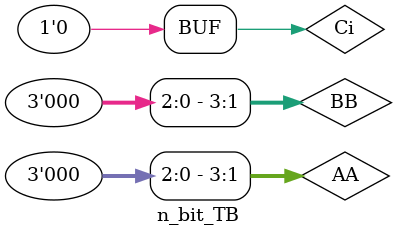
<source format=sv>
`timescale 1ns/1ns


module n_bit_TB();
wire [3:0]SS;
wire Co;
logic [3:0]AA;
logic [3:0]BB;
logic Ci = 0;
n_bit_adder #(.n(4)) ADD1(.A(AA),.B(BB),.Ci(Ci),.S(SS),.Co(Co));
initial begin
#10 AA = 4'b1101;
repeat (5) begin
#200 AA = $random;
#200 BB = $random;
end
end
endmodule

</source>
